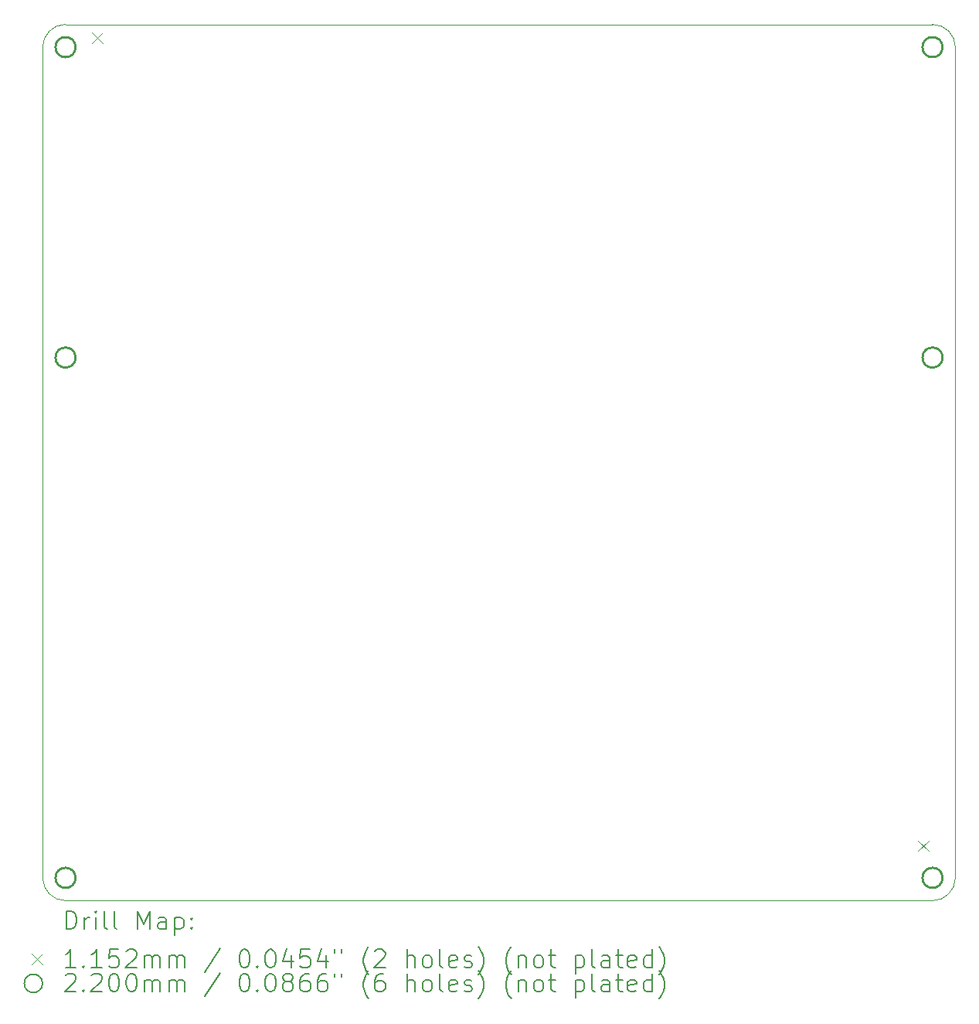
<source format=gbr>
%TF.GenerationSoftware,KiCad,Pcbnew,9.0.1-rc2*%
%TF.CreationDate,2025-03-29T14:31:01-07:00*%
%TF.ProjectId,backlight,6261636b-6c69-4676-9874-2e6b69636164,rev?*%
%TF.SameCoordinates,Original*%
%TF.FileFunction,Drillmap*%
%TF.FilePolarity,Positive*%
%FSLAX45Y45*%
G04 Gerber Fmt 4.5, Leading zero omitted, Abs format (unit mm)*
G04 Created by KiCad (PCBNEW 9.0.1-rc2) date 2025-03-29 14:31:01*
%MOMM*%
%LPD*%
G01*
G04 APERTURE LIST*
%ADD10C,0.050000*%
%ADD11C,0.200000*%
%ADD12C,0.115200*%
%ADD13C,0.220000*%
G04 APERTURE END LIST*
D10*
X8450000Y-5200000D02*
X17950000Y-5200000D01*
X17950000Y-5200000D02*
G75*
G02*
X18200000Y-5450000I0J-250000D01*
G01*
X8200000Y-5450000D02*
G75*
G02*
X8450000Y-5200000I250000J0D01*
G01*
X8450000Y-14800000D02*
G75*
G02*
X8200000Y-14550000I0J250000D01*
G01*
X8200000Y-14550000D02*
X8200000Y-5450000D01*
X17950000Y-14800000D02*
X8450000Y-14800000D01*
X18200000Y-5450000D02*
X18200000Y-14550000D01*
X18200000Y-14550000D02*
G75*
G02*
X17950000Y-14800000I-250000J0D01*
G01*
D11*
D12*
X8742400Y-5292400D02*
X8857600Y-5407600D01*
X8857600Y-5292400D02*
X8742400Y-5407600D01*
X17792400Y-14142400D02*
X17907600Y-14257600D01*
X17907600Y-14142400D02*
X17792400Y-14257600D01*
D13*
X8560000Y-5450000D02*
G75*
G02*
X8340000Y-5450000I-110000J0D01*
G01*
X8340000Y-5450000D02*
G75*
G02*
X8560000Y-5450000I110000J0D01*
G01*
X8560000Y-8850000D02*
G75*
G02*
X8340000Y-8850000I-110000J0D01*
G01*
X8340000Y-8850000D02*
G75*
G02*
X8560000Y-8850000I110000J0D01*
G01*
X8560000Y-14550000D02*
G75*
G02*
X8340000Y-14550000I-110000J0D01*
G01*
X8340000Y-14550000D02*
G75*
G02*
X8560000Y-14550000I110000J0D01*
G01*
X18060000Y-5450000D02*
G75*
G02*
X17840000Y-5450000I-110000J0D01*
G01*
X17840000Y-5450000D02*
G75*
G02*
X18060000Y-5450000I110000J0D01*
G01*
X18060000Y-8850000D02*
G75*
G02*
X17840000Y-8850000I-110000J0D01*
G01*
X17840000Y-8850000D02*
G75*
G02*
X18060000Y-8850000I110000J0D01*
G01*
X18060000Y-14550000D02*
G75*
G02*
X17840000Y-14550000I-110000J0D01*
G01*
X17840000Y-14550000D02*
G75*
G02*
X18060000Y-14550000I110000J0D01*
G01*
D11*
X8458277Y-15113984D02*
X8458277Y-14913984D01*
X8458277Y-14913984D02*
X8505896Y-14913984D01*
X8505896Y-14913984D02*
X8534467Y-14923508D01*
X8534467Y-14923508D02*
X8553515Y-14942555D01*
X8553515Y-14942555D02*
X8563039Y-14961603D01*
X8563039Y-14961603D02*
X8572563Y-14999698D01*
X8572563Y-14999698D02*
X8572563Y-15028269D01*
X8572563Y-15028269D02*
X8563039Y-15066365D01*
X8563039Y-15066365D02*
X8553515Y-15085412D01*
X8553515Y-15085412D02*
X8534467Y-15104460D01*
X8534467Y-15104460D02*
X8505896Y-15113984D01*
X8505896Y-15113984D02*
X8458277Y-15113984D01*
X8658277Y-15113984D02*
X8658277Y-14980650D01*
X8658277Y-15018746D02*
X8667801Y-14999698D01*
X8667801Y-14999698D02*
X8677324Y-14990174D01*
X8677324Y-14990174D02*
X8696372Y-14980650D01*
X8696372Y-14980650D02*
X8715420Y-14980650D01*
X8782086Y-15113984D02*
X8782086Y-14980650D01*
X8782086Y-14913984D02*
X8772563Y-14923508D01*
X8772563Y-14923508D02*
X8782086Y-14933031D01*
X8782086Y-14933031D02*
X8791610Y-14923508D01*
X8791610Y-14923508D02*
X8782086Y-14913984D01*
X8782086Y-14913984D02*
X8782086Y-14933031D01*
X8905896Y-15113984D02*
X8886848Y-15104460D01*
X8886848Y-15104460D02*
X8877324Y-15085412D01*
X8877324Y-15085412D02*
X8877324Y-14913984D01*
X9010658Y-15113984D02*
X8991610Y-15104460D01*
X8991610Y-15104460D02*
X8982086Y-15085412D01*
X8982086Y-15085412D02*
X8982086Y-14913984D01*
X9239229Y-15113984D02*
X9239229Y-14913984D01*
X9239229Y-14913984D02*
X9305896Y-15056841D01*
X9305896Y-15056841D02*
X9372563Y-14913984D01*
X9372563Y-14913984D02*
X9372563Y-15113984D01*
X9553515Y-15113984D02*
X9553515Y-15009222D01*
X9553515Y-15009222D02*
X9543991Y-14990174D01*
X9543991Y-14990174D02*
X9524944Y-14980650D01*
X9524944Y-14980650D02*
X9486848Y-14980650D01*
X9486848Y-14980650D02*
X9467801Y-14990174D01*
X9553515Y-15104460D02*
X9534467Y-15113984D01*
X9534467Y-15113984D02*
X9486848Y-15113984D01*
X9486848Y-15113984D02*
X9467801Y-15104460D01*
X9467801Y-15104460D02*
X9458277Y-15085412D01*
X9458277Y-15085412D02*
X9458277Y-15066365D01*
X9458277Y-15066365D02*
X9467801Y-15047317D01*
X9467801Y-15047317D02*
X9486848Y-15037793D01*
X9486848Y-15037793D02*
X9534467Y-15037793D01*
X9534467Y-15037793D02*
X9553515Y-15028269D01*
X9648753Y-14980650D02*
X9648753Y-15180650D01*
X9648753Y-14990174D02*
X9667801Y-14980650D01*
X9667801Y-14980650D02*
X9705896Y-14980650D01*
X9705896Y-14980650D02*
X9724944Y-14990174D01*
X9724944Y-14990174D02*
X9734467Y-14999698D01*
X9734467Y-14999698D02*
X9743991Y-15018746D01*
X9743991Y-15018746D02*
X9743991Y-15075888D01*
X9743991Y-15075888D02*
X9734467Y-15094936D01*
X9734467Y-15094936D02*
X9724944Y-15104460D01*
X9724944Y-15104460D02*
X9705896Y-15113984D01*
X9705896Y-15113984D02*
X9667801Y-15113984D01*
X9667801Y-15113984D02*
X9648753Y-15104460D01*
X9829705Y-15094936D02*
X9839229Y-15104460D01*
X9839229Y-15104460D02*
X9829705Y-15113984D01*
X9829705Y-15113984D02*
X9820182Y-15104460D01*
X9820182Y-15104460D02*
X9829705Y-15094936D01*
X9829705Y-15094936D02*
X9829705Y-15113984D01*
X9829705Y-14990174D02*
X9839229Y-14999698D01*
X9839229Y-14999698D02*
X9829705Y-15009222D01*
X9829705Y-15009222D02*
X9820182Y-14999698D01*
X9820182Y-14999698D02*
X9829705Y-14990174D01*
X9829705Y-14990174D02*
X9829705Y-15009222D01*
D12*
X8082300Y-15384900D02*
X8197500Y-15500100D01*
X8197500Y-15384900D02*
X8082300Y-15500100D01*
D11*
X8563039Y-15533984D02*
X8448753Y-15533984D01*
X8505896Y-15533984D02*
X8505896Y-15333984D01*
X8505896Y-15333984D02*
X8486848Y-15362555D01*
X8486848Y-15362555D02*
X8467801Y-15381603D01*
X8467801Y-15381603D02*
X8448753Y-15391127D01*
X8648753Y-15514936D02*
X8658277Y-15524460D01*
X8658277Y-15524460D02*
X8648753Y-15533984D01*
X8648753Y-15533984D02*
X8639229Y-15524460D01*
X8639229Y-15524460D02*
X8648753Y-15514936D01*
X8648753Y-15514936D02*
X8648753Y-15533984D01*
X8848753Y-15533984D02*
X8734467Y-15533984D01*
X8791610Y-15533984D02*
X8791610Y-15333984D01*
X8791610Y-15333984D02*
X8772563Y-15362555D01*
X8772563Y-15362555D02*
X8753515Y-15381603D01*
X8753515Y-15381603D02*
X8734467Y-15391127D01*
X9029705Y-15333984D02*
X8934467Y-15333984D01*
X8934467Y-15333984D02*
X8924944Y-15429222D01*
X8924944Y-15429222D02*
X8934467Y-15419698D01*
X8934467Y-15419698D02*
X8953515Y-15410174D01*
X8953515Y-15410174D02*
X9001134Y-15410174D01*
X9001134Y-15410174D02*
X9020182Y-15419698D01*
X9020182Y-15419698D02*
X9029705Y-15429222D01*
X9029705Y-15429222D02*
X9039229Y-15448269D01*
X9039229Y-15448269D02*
X9039229Y-15495888D01*
X9039229Y-15495888D02*
X9029705Y-15514936D01*
X9029705Y-15514936D02*
X9020182Y-15524460D01*
X9020182Y-15524460D02*
X9001134Y-15533984D01*
X9001134Y-15533984D02*
X8953515Y-15533984D01*
X8953515Y-15533984D02*
X8934467Y-15524460D01*
X8934467Y-15524460D02*
X8924944Y-15514936D01*
X9115420Y-15353031D02*
X9124944Y-15343508D01*
X9124944Y-15343508D02*
X9143991Y-15333984D01*
X9143991Y-15333984D02*
X9191610Y-15333984D01*
X9191610Y-15333984D02*
X9210658Y-15343508D01*
X9210658Y-15343508D02*
X9220182Y-15353031D01*
X9220182Y-15353031D02*
X9229705Y-15372079D01*
X9229705Y-15372079D02*
X9229705Y-15391127D01*
X9229705Y-15391127D02*
X9220182Y-15419698D01*
X9220182Y-15419698D02*
X9105896Y-15533984D01*
X9105896Y-15533984D02*
X9229705Y-15533984D01*
X9315420Y-15533984D02*
X9315420Y-15400650D01*
X9315420Y-15419698D02*
X9324944Y-15410174D01*
X9324944Y-15410174D02*
X9343991Y-15400650D01*
X9343991Y-15400650D02*
X9372563Y-15400650D01*
X9372563Y-15400650D02*
X9391610Y-15410174D01*
X9391610Y-15410174D02*
X9401134Y-15429222D01*
X9401134Y-15429222D02*
X9401134Y-15533984D01*
X9401134Y-15429222D02*
X9410658Y-15410174D01*
X9410658Y-15410174D02*
X9429705Y-15400650D01*
X9429705Y-15400650D02*
X9458277Y-15400650D01*
X9458277Y-15400650D02*
X9477325Y-15410174D01*
X9477325Y-15410174D02*
X9486848Y-15429222D01*
X9486848Y-15429222D02*
X9486848Y-15533984D01*
X9582086Y-15533984D02*
X9582086Y-15400650D01*
X9582086Y-15419698D02*
X9591610Y-15410174D01*
X9591610Y-15410174D02*
X9610658Y-15400650D01*
X9610658Y-15400650D02*
X9639229Y-15400650D01*
X9639229Y-15400650D02*
X9658277Y-15410174D01*
X9658277Y-15410174D02*
X9667801Y-15429222D01*
X9667801Y-15429222D02*
X9667801Y-15533984D01*
X9667801Y-15429222D02*
X9677325Y-15410174D01*
X9677325Y-15410174D02*
X9696372Y-15400650D01*
X9696372Y-15400650D02*
X9724944Y-15400650D01*
X9724944Y-15400650D02*
X9743991Y-15410174D01*
X9743991Y-15410174D02*
X9753515Y-15429222D01*
X9753515Y-15429222D02*
X9753515Y-15533984D01*
X10143991Y-15324460D02*
X9972563Y-15581603D01*
X10401134Y-15333984D02*
X10420182Y-15333984D01*
X10420182Y-15333984D02*
X10439229Y-15343508D01*
X10439229Y-15343508D02*
X10448753Y-15353031D01*
X10448753Y-15353031D02*
X10458277Y-15372079D01*
X10458277Y-15372079D02*
X10467801Y-15410174D01*
X10467801Y-15410174D02*
X10467801Y-15457793D01*
X10467801Y-15457793D02*
X10458277Y-15495888D01*
X10458277Y-15495888D02*
X10448753Y-15514936D01*
X10448753Y-15514936D02*
X10439229Y-15524460D01*
X10439229Y-15524460D02*
X10420182Y-15533984D01*
X10420182Y-15533984D02*
X10401134Y-15533984D01*
X10401134Y-15533984D02*
X10382087Y-15524460D01*
X10382087Y-15524460D02*
X10372563Y-15514936D01*
X10372563Y-15514936D02*
X10363039Y-15495888D01*
X10363039Y-15495888D02*
X10353515Y-15457793D01*
X10353515Y-15457793D02*
X10353515Y-15410174D01*
X10353515Y-15410174D02*
X10363039Y-15372079D01*
X10363039Y-15372079D02*
X10372563Y-15353031D01*
X10372563Y-15353031D02*
X10382087Y-15343508D01*
X10382087Y-15343508D02*
X10401134Y-15333984D01*
X10553515Y-15514936D02*
X10563039Y-15524460D01*
X10563039Y-15524460D02*
X10553515Y-15533984D01*
X10553515Y-15533984D02*
X10543991Y-15524460D01*
X10543991Y-15524460D02*
X10553515Y-15514936D01*
X10553515Y-15514936D02*
X10553515Y-15533984D01*
X10686848Y-15333984D02*
X10705896Y-15333984D01*
X10705896Y-15333984D02*
X10724944Y-15343508D01*
X10724944Y-15343508D02*
X10734468Y-15353031D01*
X10734468Y-15353031D02*
X10743991Y-15372079D01*
X10743991Y-15372079D02*
X10753515Y-15410174D01*
X10753515Y-15410174D02*
X10753515Y-15457793D01*
X10753515Y-15457793D02*
X10743991Y-15495888D01*
X10743991Y-15495888D02*
X10734468Y-15514936D01*
X10734468Y-15514936D02*
X10724944Y-15524460D01*
X10724944Y-15524460D02*
X10705896Y-15533984D01*
X10705896Y-15533984D02*
X10686848Y-15533984D01*
X10686848Y-15533984D02*
X10667801Y-15524460D01*
X10667801Y-15524460D02*
X10658277Y-15514936D01*
X10658277Y-15514936D02*
X10648753Y-15495888D01*
X10648753Y-15495888D02*
X10639229Y-15457793D01*
X10639229Y-15457793D02*
X10639229Y-15410174D01*
X10639229Y-15410174D02*
X10648753Y-15372079D01*
X10648753Y-15372079D02*
X10658277Y-15353031D01*
X10658277Y-15353031D02*
X10667801Y-15343508D01*
X10667801Y-15343508D02*
X10686848Y-15333984D01*
X10924944Y-15400650D02*
X10924944Y-15533984D01*
X10877325Y-15324460D02*
X10829706Y-15467317D01*
X10829706Y-15467317D02*
X10953515Y-15467317D01*
X11124944Y-15333984D02*
X11029706Y-15333984D01*
X11029706Y-15333984D02*
X11020182Y-15429222D01*
X11020182Y-15429222D02*
X11029706Y-15419698D01*
X11029706Y-15419698D02*
X11048753Y-15410174D01*
X11048753Y-15410174D02*
X11096372Y-15410174D01*
X11096372Y-15410174D02*
X11115420Y-15419698D01*
X11115420Y-15419698D02*
X11124944Y-15429222D01*
X11124944Y-15429222D02*
X11134468Y-15448269D01*
X11134468Y-15448269D02*
X11134468Y-15495888D01*
X11134468Y-15495888D02*
X11124944Y-15514936D01*
X11124944Y-15514936D02*
X11115420Y-15524460D01*
X11115420Y-15524460D02*
X11096372Y-15533984D01*
X11096372Y-15533984D02*
X11048753Y-15533984D01*
X11048753Y-15533984D02*
X11029706Y-15524460D01*
X11029706Y-15524460D02*
X11020182Y-15514936D01*
X11305896Y-15400650D02*
X11305896Y-15533984D01*
X11258277Y-15324460D02*
X11210658Y-15467317D01*
X11210658Y-15467317D02*
X11334467Y-15467317D01*
X11401134Y-15333984D02*
X11401134Y-15372079D01*
X11477325Y-15333984D02*
X11477325Y-15372079D01*
X11772563Y-15610174D02*
X11763039Y-15600650D01*
X11763039Y-15600650D02*
X11743991Y-15572079D01*
X11743991Y-15572079D02*
X11734468Y-15553031D01*
X11734468Y-15553031D02*
X11724944Y-15524460D01*
X11724944Y-15524460D02*
X11715420Y-15476841D01*
X11715420Y-15476841D02*
X11715420Y-15438746D01*
X11715420Y-15438746D02*
X11724944Y-15391127D01*
X11724944Y-15391127D02*
X11734468Y-15362555D01*
X11734468Y-15362555D02*
X11743991Y-15343508D01*
X11743991Y-15343508D02*
X11763039Y-15314936D01*
X11763039Y-15314936D02*
X11772563Y-15305412D01*
X11839229Y-15353031D02*
X11848753Y-15343508D01*
X11848753Y-15343508D02*
X11867801Y-15333984D01*
X11867801Y-15333984D02*
X11915420Y-15333984D01*
X11915420Y-15333984D02*
X11934468Y-15343508D01*
X11934468Y-15343508D02*
X11943991Y-15353031D01*
X11943991Y-15353031D02*
X11953515Y-15372079D01*
X11953515Y-15372079D02*
X11953515Y-15391127D01*
X11953515Y-15391127D02*
X11943991Y-15419698D01*
X11943991Y-15419698D02*
X11829706Y-15533984D01*
X11829706Y-15533984D02*
X11953515Y-15533984D01*
X12191610Y-15533984D02*
X12191610Y-15333984D01*
X12277325Y-15533984D02*
X12277325Y-15429222D01*
X12277325Y-15429222D02*
X12267801Y-15410174D01*
X12267801Y-15410174D02*
X12248753Y-15400650D01*
X12248753Y-15400650D02*
X12220182Y-15400650D01*
X12220182Y-15400650D02*
X12201134Y-15410174D01*
X12201134Y-15410174D02*
X12191610Y-15419698D01*
X12401134Y-15533984D02*
X12382087Y-15524460D01*
X12382087Y-15524460D02*
X12372563Y-15514936D01*
X12372563Y-15514936D02*
X12363039Y-15495888D01*
X12363039Y-15495888D02*
X12363039Y-15438746D01*
X12363039Y-15438746D02*
X12372563Y-15419698D01*
X12372563Y-15419698D02*
X12382087Y-15410174D01*
X12382087Y-15410174D02*
X12401134Y-15400650D01*
X12401134Y-15400650D02*
X12429706Y-15400650D01*
X12429706Y-15400650D02*
X12448753Y-15410174D01*
X12448753Y-15410174D02*
X12458277Y-15419698D01*
X12458277Y-15419698D02*
X12467801Y-15438746D01*
X12467801Y-15438746D02*
X12467801Y-15495888D01*
X12467801Y-15495888D02*
X12458277Y-15514936D01*
X12458277Y-15514936D02*
X12448753Y-15524460D01*
X12448753Y-15524460D02*
X12429706Y-15533984D01*
X12429706Y-15533984D02*
X12401134Y-15533984D01*
X12582087Y-15533984D02*
X12563039Y-15524460D01*
X12563039Y-15524460D02*
X12553515Y-15505412D01*
X12553515Y-15505412D02*
X12553515Y-15333984D01*
X12734468Y-15524460D02*
X12715420Y-15533984D01*
X12715420Y-15533984D02*
X12677325Y-15533984D01*
X12677325Y-15533984D02*
X12658277Y-15524460D01*
X12658277Y-15524460D02*
X12648753Y-15505412D01*
X12648753Y-15505412D02*
X12648753Y-15429222D01*
X12648753Y-15429222D02*
X12658277Y-15410174D01*
X12658277Y-15410174D02*
X12677325Y-15400650D01*
X12677325Y-15400650D02*
X12715420Y-15400650D01*
X12715420Y-15400650D02*
X12734468Y-15410174D01*
X12734468Y-15410174D02*
X12743991Y-15429222D01*
X12743991Y-15429222D02*
X12743991Y-15448269D01*
X12743991Y-15448269D02*
X12648753Y-15467317D01*
X12820182Y-15524460D02*
X12839230Y-15533984D01*
X12839230Y-15533984D02*
X12877325Y-15533984D01*
X12877325Y-15533984D02*
X12896372Y-15524460D01*
X12896372Y-15524460D02*
X12905896Y-15505412D01*
X12905896Y-15505412D02*
X12905896Y-15495888D01*
X12905896Y-15495888D02*
X12896372Y-15476841D01*
X12896372Y-15476841D02*
X12877325Y-15467317D01*
X12877325Y-15467317D02*
X12848753Y-15467317D01*
X12848753Y-15467317D02*
X12829706Y-15457793D01*
X12829706Y-15457793D02*
X12820182Y-15438746D01*
X12820182Y-15438746D02*
X12820182Y-15429222D01*
X12820182Y-15429222D02*
X12829706Y-15410174D01*
X12829706Y-15410174D02*
X12848753Y-15400650D01*
X12848753Y-15400650D02*
X12877325Y-15400650D01*
X12877325Y-15400650D02*
X12896372Y-15410174D01*
X12972563Y-15610174D02*
X12982087Y-15600650D01*
X12982087Y-15600650D02*
X13001134Y-15572079D01*
X13001134Y-15572079D02*
X13010658Y-15553031D01*
X13010658Y-15553031D02*
X13020182Y-15524460D01*
X13020182Y-15524460D02*
X13029706Y-15476841D01*
X13029706Y-15476841D02*
X13029706Y-15438746D01*
X13029706Y-15438746D02*
X13020182Y-15391127D01*
X13020182Y-15391127D02*
X13010658Y-15362555D01*
X13010658Y-15362555D02*
X13001134Y-15343508D01*
X13001134Y-15343508D02*
X12982087Y-15314936D01*
X12982087Y-15314936D02*
X12972563Y-15305412D01*
X13334468Y-15610174D02*
X13324944Y-15600650D01*
X13324944Y-15600650D02*
X13305896Y-15572079D01*
X13305896Y-15572079D02*
X13296372Y-15553031D01*
X13296372Y-15553031D02*
X13286849Y-15524460D01*
X13286849Y-15524460D02*
X13277325Y-15476841D01*
X13277325Y-15476841D02*
X13277325Y-15438746D01*
X13277325Y-15438746D02*
X13286849Y-15391127D01*
X13286849Y-15391127D02*
X13296372Y-15362555D01*
X13296372Y-15362555D02*
X13305896Y-15343508D01*
X13305896Y-15343508D02*
X13324944Y-15314936D01*
X13324944Y-15314936D02*
X13334468Y-15305412D01*
X13410658Y-15400650D02*
X13410658Y-15533984D01*
X13410658Y-15419698D02*
X13420182Y-15410174D01*
X13420182Y-15410174D02*
X13439230Y-15400650D01*
X13439230Y-15400650D02*
X13467801Y-15400650D01*
X13467801Y-15400650D02*
X13486849Y-15410174D01*
X13486849Y-15410174D02*
X13496372Y-15429222D01*
X13496372Y-15429222D02*
X13496372Y-15533984D01*
X13620182Y-15533984D02*
X13601134Y-15524460D01*
X13601134Y-15524460D02*
X13591611Y-15514936D01*
X13591611Y-15514936D02*
X13582087Y-15495888D01*
X13582087Y-15495888D02*
X13582087Y-15438746D01*
X13582087Y-15438746D02*
X13591611Y-15419698D01*
X13591611Y-15419698D02*
X13601134Y-15410174D01*
X13601134Y-15410174D02*
X13620182Y-15400650D01*
X13620182Y-15400650D02*
X13648753Y-15400650D01*
X13648753Y-15400650D02*
X13667801Y-15410174D01*
X13667801Y-15410174D02*
X13677325Y-15419698D01*
X13677325Y-15419698D02*
X13686849Y-15438746D01*
X13686849Y-15438746D02*
X13686849Y-15495888D01*
X13686849Y-15495888D02*
X13677325Y-15514936D01*
X13677325Y-15514936D02*
X13667801Y-15524460D01*
X13667801Y-15524460D02*
X13648753Y-15533984D01*
X13648753Y-15533984D02*
X13620182Y-15533984D01*
X13743992Y-15400650D02*
X13820182Y-15400650D01*
X13772563Y-15333984D02*
X13772563Y-15505412D01*
X13772563Y-15505412D02*
X13782087Y-15524460D01*
X13782087Y-15524460D02*
X13801134Y-15533984D01*
X13801134Y-15533984D02*
X13820182Y-15533984D01*
X14039230Y-15400650D02*
X14039230Y-15600650D01*
X14039230Y-15410174D02*
X14058277Y-15400650D01*
X14058277Y-15400650D02*
X14096373Y-15400650D01*
X14096373Y-15400650D02*
X14115420Y-15410174D01*
X14115420Y-15410174D02*
X14124944Y-15419698D01*
X14124944Y-15419698D02*
X14134468Y-15438746D01*
X14134468Y-15438746D02*
X14134468Y-15495888D01*
X14134468Y-15495888D02*
X14124944Y-15514936D01*
X14124944Y-15514936D02*
X14115420Y-15524460D01*
X14115420Y-15524460D02*
X14096373Y-15533984D01*
X14096373Y-15533984D02*
X14058277Y-15533984D01*
X14058277Y-15533984D02*
X14039230Y-15524460D01*
X14248753Y-15533984D02*
X14229706Y-15524460D01*
X14229706Y-15524460D02*
X14220182Y-15505412D01*
X14220182Y-15505412D02*
X14220182Y-15333984D01*
X14410658Y-15533984D02*
X14410658Y-15429222D01*
X14410658Y-15429222D02*
X14401134Y-15410174D01*
X14401134Y-15410174D02*
X14382087Y-15400650D01*
X14382087Y-15400650D02*
X14343992Y-15400650D01*
X14343992Y-15400650D02*
X14324944Y-15410174D01*
X14410658Y-15524460D02*
X14391611Y-15533984D01*
X14391611Y-15533984D02*
X14343992Y-15533984D01*
X14343992Y-15533984D02*
X14324944Y-15524460D01*
X14324944Y-15524460D02*
X14315420Y-15505412D01*
X14315420Y-15505412D02*
X14315420Y-15486365D01*
X14315420Y-15486365D02*
X14324944Y-15467317D01*
X14324944Y-15467317D02*
X14343992Y-15457793D01*
X14343992Y-15457793D02*
X14391611Y-15457793D01*
X14391611Y-15457793D02*
X14410658Y-15448269D01*
X14477325Y-15400650D02*
X14553515Y-15400650D01*
X14505896Y-15333984D02*
X14505896Y-15505412D01*
X14505896Y-15505412D02*
X14515420Y-15524460D01*
X14515420Y-15524460D02*
X14534468Y-15533984D01*
X14534468Y-15533984D02*
X14553515Y-15533984D01*
X14696373Y-15524460D02*
X14677325Y-15533984D01*
X14677325Y-15533984D02*
X14639230Y-15533984D01*
X14639230Y-15533984D02*
X14620182Y-15524460D01*
X14620182Y-15524460D02*
X14610658Y-15505412D01*
X14610658Y-15505412D02*
X14610658Y-15429222D01*
X14610658Y-15429222D02*
X14620182Y-15410174D01*
X14620182Y-15410174D02*
X14639230Y-15400650D01*
X14639230Y-15400650D02*
X14677325Y-15400650D01*
X14677325Y-15400650D02*
X14696373Y-15410174D01*
X14696373Y-15410174D02*
X14705896Y-15429222D01*
X14705896Y-15429222D02*
X14705896Y-15448269D01*
X14705896Y-15448269D02*
X14610658Y-15467317D01*
X14877325Y-15533984D02*
X14877325Y-15333984D01*
X14877325Y-15524460D02*
X14858277Y-15533984D01*
X14858277Y-15533984D02*
X14820182Y-15533984D01*
X14820182Y-15533984D02*
X14801134Y-15524460D01*
X14801134Y-15524460D02*
X14791611Y-15514936D01*
X14791611Y-15514936D02*
X14782087Y-15495888D01*
X14782087Y-15495888D02*
X14782087Y-15438746D01*
X14782087Y-15438746D02*
X14791611Y-15419698D01*
X14791611Y-15419698D02*
X14801134Y-15410174D01*
X14801134Y-15410174D02*
X14820182Y-15400650D01*
X14820182Y-15400650D02*
X14858277Y-15400650D01*
X14858277Y-15400650D02*
X14877325Y-15410174D01*
X14953515Y-15610174D02*
X14963039Y-15600650D01*
X14963039Y-15600650D02*
X14982087Y-15572079D01*
X14982087Y-15572079D02*
X14991611Y-15553031D01*
X14991611Y-15553031D02*
X15001134Y-15524460D01*
X15001134Y-15524460D02*
X15010658Y-15476841D01*
X15010658Y-15476841D02*
X15010658Y-15438746D01*
X15010658Y-15438746D02*
X15001134Y-15391127D01*
X15001134Y-15391127D02*
X14991611Y-15362555D01*
X14991611Y-15362555D02*
X14982087Y-15343508D01*
X14982087Y-15343508D02*
X14963039Y-15314936D01*
X14963039Y-15314936D02*
X14953515Y-15305412D01*
X8197500Y-15706500D02*
G75*
G02*
X7997500Y-15706500I-100000J0D01*
G01*
X7997500Y-15706500D02*
G75*
G02*
X8197500Y-15706500I100000J0D01*
G01*
X8448753Y-15617031D02*
X8458277Y-15607508D01*
X8458277Y-15607508D02*
X8477324Y-15597984D01*
X8477324Y-15597984D02*
X8524944Y-15597984D01*
X8524944Y-15597984D02*
X8543991Y-15607508D01*
X8543991Y-15607508D02*
X8553515Y-15617031D01*
X8553515Y-15617031D02*
X8563039Y-15636079D01*
X8563039Y-15636079D02*
X8563039Y-15655127D01*
X8563039Y-15655127D02*
X8553515Y-15683698D01*
X8553515Y-15683698D02*
X8439229Y-15797984D01*
X8439229Y-15797984D02*
X8563039Y-15797984D01*
X8648753Y-15778936D02*
X8658277Y-15788460D01*
X8658277Y-15788460D02*
X8648753Y-15797984D01*
X8648753Y-15797984D02*
X8639229Y-15788460D01*
X8639229Y-15788460D02*
X8648753Y-15778936D01*
X8648753Y-15778936D02*
X8648753Y-15797984D01*
X8734467Y-15617031D02*
X8743991Y-15607508D01*
X8743991Y-15607508D02*
X8763039Y-15597984D01*
X8763039Y-15597984D02*
X8810658Y-15597984D01*
X8810658Y-15597984D02*
X8829705Y-15607508D01*
X8829705Y-15607508D02*
X8839229Y-15617031D01*
X8839229Y-15617031D02*
X8848753Y-15636079D01*
X8848753Y-15636079D02*
X8848753Y-15655127D01*
X8848753Y-15655127D02*
X8839229Y-15683698D01*
X8839229Y-15683698D02*
X8724944Y-15797984D01*
X8724944Y-15797984D02*
X8848753Y-15797984D01*
X8972563Y-15597984D02*
X8991610Y-15597984D01*
X8991610Y-15597984D02*
X9010658Y-15607508D01*
X9010658Y-15607508D02*
X9020182Y-15617031D01*
X9020182Y-15617031D02*
X9029705Y-15636079D01*
X9029705Y-15636079D02*
X9039229Y-15674174D01*
X9039229Y-15674174D02*
X9039229Y-15721793D01*
X9039229Y-15721793D02*
X9029705Y-15759888D01*
X9029705Y-15759888D02*
X9020182Y-15778936D01*
X9020182Y-15778936D02*
X9010658Y-15788460D01*
X9010658Y-15788460D02*
X8991610Y-15797984D01*
X8991610Y-15797984D02*
X8972563Y-15797984D01*
X8972563Y-15797984D02*
X8953515Y-15788460D01*
X8953515Y-15788460D02*
X8943991Y-15778936D01*
X8943991Y-15778936D02*
X8934467Y-15759888D01*
X8934467Y-15759888D02*
X8924944Y-15721793D01*
X8924944Y-15721793D02*
X8924944Y-15674174D01*
X8924944Y-15674174D02*
X8934467Y-15636079D01*
X8934467Y-15636079D02*
X8943991Y-15617031D01*
X8943991Y-15617031D02*
X8953515Y-15607508D01*
X8953515Y-15607508D02*
X8972563Y-15597984D01*
X9163039Y-15597984D02*
X9182086Y-15597984D01*
X9182086Y-15597984D02*
X9201134Y-15607508D01*
X9201134Y-15607508D02*
X9210658Y-15617031D01*
X9210658Y-15617031D02*
X9220182Y-15636079D01*
X9220182Y-15636079D02*
X9229705Y-15674174D01*
X9229705Y-15674174D02*
X9229705Y-15721793D01*
X9229705Y-15721793D02*
X9220182Y-15759888D01*
X9220182Y-15759888D02*
X9210658Y-15778936D01*
X9210658Y-15778936D02*
X9201134Y-15788460D01*
X9201134Y-15788460D02*
X9182086Y-15797984D01*
X9182086Y-15797984D02*
X9163039Y-15797984D01*
X9163039Y-15797984D02*
X9143991Y-15788460D01*
X9143991Y-15788460D02*
X9134467Y-15778936D01*
X9134467Y-15778936D02*
X9124944Y-15759888D01*
X9124944Y-15759888D02*
X9115420Y-15721793D01*
X9115420Y-15721793D02*
X9115420Y-15674174D01*
X9115420Y-15674174D02*
X9124944Y-15636079D01*
X9124944Y-15636079D02*
X9134467Y-15617031D01*
X9134467Y-15617031D02*
X9143991Y-15607508D01*
X9143991Y-15607508D02*
X9163039Y-15597984D01*
X9315420Y-15797984D02*
X9315420Y-15664650D01*
X9315420Y-15683698D02*
X9324944Y-15674174D01*
X9324944Y-15674174D02*
X9343991Y-15664650D01*
X9343991Y-15664650D02*
X9372563Y-15664650D01*
X9372563Y-15664650D02*
X9391610Y-15674174D01*
X9391610Y-15674174D02*
X9401134Y-15693222D01*
X9401134Y-15693222D02*
X9401134Y-15797984D01*
X9401134Y-15693222D02*
X9410658Y-15674174D01*
X9410658Y-15674174D02*
X9429705Y-15664650D01*
X9429705Y-15664650D02*
X9458277Y-15664650D01*
X9458277Y-15664650D02*
X9477325Y-15674174D01*
X9477325Y-15674174D02*
X9486848Y-15693222D01*
X9486848Y-15693222D02*
X9486848Y-15797984D01*
X9582086Y-15797984D02*
X9582086Y-15664650D01*
X9582086Y-15683698D02*
X9591610Y-15674174D01*
X9591610Y-15674174D02*
X9610658Y-15664650D01*
X9610658Y-15664650D02*
X9639229Y-15664650D01*
X9639229Y-15664650D02*
X9658277Y-15674174D01*
X9658277Y-15674174D02*
X9667801Y-15693222D01*
X9667801Y-15693222D02*
X9667801Y-15797984D01*
X9667801Y-15693222D02*
X9677325Y-15674174D01*
X9677325Y-15674174D02*
X9696372Y-15664650D01*
X9696372Y-15664650D02*
X9724944Y-15664650D01*
X9724944Y-15664650D02*
X9743991Y-15674174D01*
X9743991Y-15674174D02*
X9753515Y-15693222D01*
X9753515Y-15693222D02*
X9753515Y-15797984D01*
X10143991Y-15588460D02*
X9972563Y-15845603D01*
X10401134Y-15597984D02*
X10420182Y-15597984D01*
X10420182Y-15597984D02*
X10439229Y-15607508D01*
X10439229Y-15607508D02*
X10448753Y-15617031D01*
X10448753Y-15617031D02*
X10458277Y-15636079D01*
X10458277Y-15636079D02*
X10467801Y-15674174D01*
X10467801Y-15674174D02*
X10467801Y-15721793D01*
X10467801Y-15721793D02*
X10458277Y-15759888D01*
X10458277Y-15759888D02*
X10448753Y-15778936D01*
X10448753Y-15778936D02*
X10439229Y-15788460D01*
X10439229Y-15788460D02*
X10420182Y-15797984D01*
X10420182Y-15797984D02*
X10401134Y-15797984D01*
X10401134Y-15797984D02*
X10382087Y-15788460D01*
X10382087Y-15788460D02*
X10372563Y-15778936D01*
X10372563Y-15778936D02*
X10363039Y-15759888D01*
X10363039Y-15759888D02*
X10353515Y-15721793D01*
X10353515Y-15721793D02*
X10353515Y-15674174D01*
X10353515Y-15674174D02*
X10363039Y-15636079D01*
X10363039Y-15636079D02*
X10372563Y-15617031D01*
X10372563Y-15617031D02*
X10382087Y-15607508D01*
X10382087Y-15607508D02*
X10401134Y-15597984D01*
X10553515Y-15778936D02*
X10563039Y-15788460D01*
X10563039Y-15788460D02*
X10553515Y-15797984D01*
X10553515Y-15797984D02*
X10543991Y-15788460D01*
X10543991Y-15788460D02*
X10553515Y-15778936D01*
X10553515Y-15778936D02*
X10553515Y-15797984D01*
X10686848Y-15597984D02*
X10705896Y-15597984D01*
X10705896Y-15597984D02*
X10724944Y-15607508D01*
X10724944Y-15607508D02*
X10734468Y-15617031D01*
X10734468Y-15617031D02*
X10743991Y-15636079D01*
X10743991Y-15636079D02*
X10753515Y-15674174D01*
X10753515Y-15674174D02*
X10753515Y-15721793D01*
X10753515Y-15721793D02*
X10743991Y-15759888D01*
X10743991Y-15759888D02*
X10734468Y-15778936D01*
X10734468Y-15778936D02*
X10724944Y-15788460D01*
X10724944Y-15788460D02*
X10705896Y-15797984D01*
X10705896Y-15797984D02*
X10686848Y-15797984D01*
X10686848Y-15797984D02*
X10667801Y-15788460D01*
X10667801Y-15788460D02*
X10658277Y-15778936D01*
X10658277Y-15778936D02*
X10648753Y-15759888D01*
X10648753Y-15759888D02*
X10639229Y-15721793D01*
X10639229Y-15721793D02*
X10639229Y-15674174D01*
X10639229Y-15674174D02*
X10648753Y-15636079D01*
X10648753Y-15636079D02*
X10658277Y-15617031D01*
X10658277Y-15617031D02*
X10667801Y-15607508D01*
X10667801Y-15607508D02*
X10686848Y-15597984D01*
X10867801Y-15683698D02*
X10848753Y-15674174D01*
X10848753Y-15674174D02*
X10839229Y-15664650D01*
X10839229Y-15664650D02*
X10829706Y-15645603D01*
X10829706Y-15645603D02*
X10829706Y-15636079D01*
X10829706Y-15636079D02*
X10839229Y-15617031D01*
X10839229Y-15617031D02*
X10848753Y-15607508D01*
X10848753Y-15607508D02*
X10867801Y-15597984D01*
X10867801Y-15597984D02*
X10905896Y-15597984D01*
X10905896Y-15597984D02*
X10924944Y-15607508D01*
X10924944Y-15607508D02*
X10934468Y-15617031D01*
X10934468Y-15617031D02*
X10943991Y-15636079D01*
X10943991Y-15636079D02*
X10943991Y-15645603D01*
X10943991Y-15645603D02*
X10934468Y-15664650D01*
X10934468Y-15664650D02*
X10924944Y-15674174D01*
X10924944Y-15674174D02*
X10905896Y-15683698D01*
X10905896Y-15683698D02*
X10867801Y-15683698D01*
X10867801Y-15683698D02*
X10848753Y-15693222D01*
X10848753Y-15693222D02*
X10839229Y-15702746D01*
X10839229Y-15702746D02*
X10829706Y-15721793D01*
X10829706Y-15721793D02*
X10829706Y-15759888D01*
X10829706Y-15759888D02*
X10839229Y-15778936D01*
X10839229Y-15778936D02*
X10848753Y-15788460D01*
X10848753Y-15788460D02*
X10867801Y-15797984D01*
X10867801Y-15797984D02*
X10905896Y-15797984D01*
X10905896Y-15797984D02*
X10924944Y-15788460D01*
X10924944Y-15788460D02*
X10934468Y-15778936D01*
X10934468Y-15778936D02*
X10943991Y-15759888D01*
X10943991Y-15759888D02*
X10943991Y-15721793D01*
X10943991Y-15721793D02*
X10934468Y-15702746D01*
X10934468Y-15702746D02*
X10924944Y-15693222D01*
X10924944Y-15693222D02*
X10905896Y-15683698D01*
X11115420Y-15597984D02*
X11077325Y-15597984D01*
X11077325Y-15597984D02*
X11058277Y-15607508D01*
X11058277Y-15607508D02*
X11048753Y-15617031D01*
X11048753Y-15617031D02*
X11029706Y-15645603D01*
X11029706Y-15645603D02*
X11020182Y-15683698D01*
X11020182Y-15683698D02*
X11020182Y-15759888D01*
X11020182Y-15759888D02*
X11029706Y-15778936D01*
X11029706Y-15778936D02*
X11039229Y-15788460D01*
X11039229Y-15788460D02*
X11058277Y-15797984D01*
X11058277Y-15797984D02*
X11096372Y-15797984D01*
X11096372Y-15797984D02*
X11115420Y-15788460D01*
X11115420Y-15788460D02*
X11124944Y-15778936D01*
X11124944Y-15778936D02*
X11134468Y-15759888D01*
X11134468Y-15759888D02*
X11134468Y-15712269D01*
X11134468Y-15712269D02*
X11124944Y-15693222D01*
X11124944Y-15693222D02*
X11115420Y-15683698D01*
X11115420Y-15683698D02*
X11096372Y-15674174D01*
X11096372Y-15674174D02*
X11058277Y-15674174D01*
X11058277Y-15674174D02*
X11039229Y-15683698D01*
X11039229Y-15683698D02*
X11029706Y-15693222D01*
X11029706Y-15693222D02*
X11020182Y-15712269D01*
X11305896Y-15597984D02*
X11267801Y-15597984D01*
X11267801Y-15597984D02*
X11248753Y-15607508D01*
X11248753Y-15607508D02*
X11239229Y-15617031D01*
X11239229Y-15617031D02*
X11220182Y-15645603D01*
X11220182Y-15645603D02*
X11210658Y-15683698D01*
X11210658Y-15683698D02*
X11210658Y-15759888D01*
X11210658Y-15759888D02*
X11220182Y-15778936D01*
X11220182Y-15778936D02*
X11229706Y-15788460D01*
X11229706Y-15788460D02*
X11248753Y-15797984D01*
X11248753Y-15797984D02*
X11286848Y-15797984D01*
X11286848Y-15797984D02*
X11305896Y-15788460D01*
X11305896Y-15788460D02*
X11315420Y-15778936D01*
X11315420Y-15778936D02*
X11324944Y-15759888D01*
X11324944Y-15759888D02*
X11324944Y-15712269D01*
X11324944Y-15712269D02*
X11315420Y-15693222D01*
X11315420Y-15693222D02*
X11305896Y-15683698D01*
X11305896Y-15683698D02*
X11286848Y-15674174D01*
X11286848Y-15674174D02*
X11248753Y-15674174D01*
X11248753Y-15674174D02*
X11229706Y-15683698D01*
X11229706Y-15683698D02*
X11220182Y-15693222D01*
X11220182Y-15693222D02*
X11210658Y-15712269D01*
X11401134Y-15597984D02*
X11401134Y-15636079D01*
X11477325Y-15597984D02*
X11477325Y-15636079D01*
X11772563Y-15874174D02*
X11763039Y-15864650D01*
X11763039Y-15864650D02*
X11743991Y-15836079D01*
X11743991Y-15836079D02*
X11734468Y-15817031D01*
X11734468Y-15817031D02*
X11724944Y-15788460D01*
X11724944Y-15788460D02*
X11715420Y-15740841D01*
X11715420Y-15740841D02*
X11715420Y-15702746D01*
X11715420Y-15702746D02*
X11724944Y-15655127D01*
X11724944Y-15655127D02*
X11734468Y-15626555D01*
X11734468Y-15626555D02*
X11743991Y-15607508D01*
X11743991Y-15607508D02*
X11763039Y-15578936D01*
X11763039Y-15578936D02*
X11772563Y-15569412D01*
X11934468Y-15597984D02*
X11896372Y-15597984D01*
X11896372Y-15597984D02*
X11877325Y-15607508D01*
X11877325Y-15607508D02*
X11867801Y-15617031D01*
X11867801Y-15617031D02*
X11848753Y-15645603D01*
X11848753Y-15645603D02*
X11839229Y-15683698D01*
X11839229Y-15683698D02*
X11839229Y-15759888D01*
X11839229Y-15759888D02*
X11848753Y-15778936D01*
X11848753Y-15778936D02*
X11858277Y-15788460D01*
X11858277Y-15788460D02*
X11877325Y-15797984D01*
X11877325Y-15797984D02*
X11915420Y-15797984D01*
X11915420Y-15797984D02*
X11934468Y-15788460D01*
X11934468Y-15788460D02*
X11943991Y-15778936D01*
X11943991Y-15778936D02*
X11953515Y-15759888D01*
X11953515Y-15759888D02*
X11953515Y-15712269D01*
X11953515Y-15712269D02*
X11943991Y-15693222D01*
X11943991Y-15693222D02*
X11934468Y-15683698D01*
X11934468Y-15683698D02*
X11915420Y-15674174D01*
X11915420Y-15674174D02*
X11877325Y-15674174D01*
X11877325Y-15674174D02*
X11858277Y-15683698D01*
X11858277Y-15683698D02*
X11848753Y-15693222D01*
X11848753Y-15693222D02*
X11839229Y-15712269D01*
X12191610Y-15797984D02*
X12191610Y-15597984D01*
X12277325Y-15797984D02*
X12277325Y-15693222D01*
X12277325Y-15693222D02*
X12267801Y-15674174D01*
X12267801Y-15674174D02*
X12248753Y-15664650D01*
X12248753Y-15664650D02*
X12220182Y-15664650D01*
X12220182Y-15664650D02*
X12201134Y-15674174D01*
X12201134Y-15674174D02*
X12191610Y-15683698D01*
X12401134Y-15797984D02*
X12382087Y-15788460D01*
X12382087Y-15788460D02*
X12372563Y-15778936D01*
X12372563Y-15778936D02*
X12363039Y-15759888D01*
X12363039Y-15759888D02*
X12363039Y-15702746D01*
X12363039Y-15702746D02*
X12372563Y-15683698D01*
X12372563Y-15683698D02*
X12382087Y-15674174D01*
X12382087Y-15674174D02*
X12401134Y-15664650D01*
X12401134Y-15664650D02*
X12429706Y-15664650D01*
X12429706Y-15664650D02*
X12448753Y-15674174D01*
X12448753Y-15674174D02*
X12458277Y-15683698D01*
X12458277Y-15683698D02*
X12467801Y-15702746D01*
X12467801Y-15702746D02*
X12467801Y-15759888D01*
X12467801Y-15759888D02*
X12458277Y-15778936D01*
X12458277Y-15778936D02*
X12448753Y-15788460D01*
X12448753Y-15788460D02*
X12429706Y-15797984D01*
X12429706Y-15797984D02*
X12401134Y-15797984D01*
X12582087Y-15797984D02*
X12563039Y-15788460D01*
X12563039Y-15788460D02*
X12553515Y-15769412D01*
X12553515Y-15769412D02*
X12553515Y-15597984D01*
X12734468Y-15788460D02*
X12715420Y-15797984D01*
X12715420Y-15797984D02*
X12677325Y-15797984D01*
X12677325Y-15797984D02*
X12658277Y-15788460D01*
X12658277Y-15788460D02*
X12648753Y-15769412D01*
X12648753Y-15769412D02*
X12648753Y-15693222D01*
X12648753Y-15693222D02*
X12658277Y-15674174D01*
X12658277Y-15674174D02*
X12677325Y-15664650D01*
X12677325Y-15664650D02*
X12715420Y-15664650D01*
X12715420Y-15664650D02*
X12734468Y-15674174D01*
X12734468Y-15674174D02*
X12743991Y-15693222D01*
X12743991Y-15693222D02*
X12743991Y-15712269D01*
X12743991Y-15712269D02*
X12648753Y-15731317D01*
X12820182Y-15788460D02*
X12839230Y-15797984D01*
X12839230Y-15797984D02*
X12877325Y-15797984D01*
X12877325Y-15797984D02*
X12896372Y-15788460D01*
X12896372Y-15788460D02*
X12905896Y-15769412D01*
X12905896Y-15769412D02*
X12905896Y-15759888D01*
X12905896Y-15759888D02*
X12896372Y-15740841D01*
X12896372Y-15740841D02*
X12877325Y-15731317D01*
X12877325Y-15731317D02*
X12848753Y-15731317D01*
X12848753Y-15731317D02*
X12829706Y-15721793D01*
X12829706Y-15721793D02*
X12820182Y-15702746D01*
X12820182Y-15702746D02*
X12820182Y-15693222D01*
X12820182Y-15693222D02*
X12829706Y-15674174D01*
X12829706Y-15674174D02*
X12848753Y-15664650D01*
X12848753Y-15664650D02*
X12877325Y-15664650D01*
X12877325Y-15664650D02*
X12896372Y-15674174D01*
X12972563Y-15874174D02*
X12982087Y-15864650D01*
X12982087Y-15864650D02*
X13001134Y-15836079D01*
X13001134Y-15836079D02*
X13010658Y-15817031D01*
X13010658Y-15817031D02*
X13020182Y-15788460D01*
X13020182Y-15788460D02*
X13029706Y-15740841D01*
X13029706Y-15740841D02*
X13029706Y-15702746D01*
X13029706Y-15702746D02*
X13020182Y-15655127D01*
X13020182Y-15655127D02*
X13010658Y-15626555D01*
X13010658Y-15626555D02*
X13001134Y-15607508D01*
X13001134Y-15607508D02*
X12982087Y-15578936D01*
X12982087Y-15578936D02*
X12972563Y-15569412D01*
X13334468Y-15874174D02*
X13324944Y-15864650D01*
X13324944Y-15864650D02*
X13305896Y-15836079D01*
X13305896Y-15836079D02*
X13296372Y-15817031D01*
X13296372Y-15817031D02*
X13286849Y-15788460D01*
X13286849Y-15788460D02*
X13277325Y-15740841D01*
X13277325Y-15740841D02*
X13277325Y-15702746D01*
X13277325Y-15702746D02*
X13286849Y-15655127D01*
X13286849Y-15655127D02*
X13296372Y-15626555D01*
X13296372Y-15626555D02*
X13305896Y-15607508D01*
X13305896Y-15607508D02*
X13324944Y-15578936D01*
X13324944Y-15578936D02*
X13334468Y-15569412D01*
X13410658Y-15664650D02*
X13410658Y-15797984D01*
X13410658Y-15683698D02*
X13420182Y-15674174D01*
X13420182Y-15674174D02*
X13439230Y-15664650D01*
X13439230Y-15664650D02*
X13467801Y-15664650D01*
X13467801Y-15664650D02*
X13486849Y-15674174D01*
X13486849Y-15674174D02*
X13496372Y-15693222D01*
X13496372Y-15693222D02*
X13496372Y-15797984D01*
X13620182Y-15797984D02*
X13601134Y-15788460D01*
X13601134Y-15788460D02*
X13591611Y-15778936D01*
X13591611Y-15778936D02*
X13582087Y-15759888D01*
X13582087Y-15759888D02*
X13582087Y-15702746D01*
X13582087Y-15702746D02*
X13591611Y-15683698D01*
X13591611Y-15683698D02*
X13601134Y-15674174D01*
X13601134Y-15674174D02*
X13620182Y-15664650D01*
X13620182Y-15664650D02*
X13648753Y-15664650D01*
X13648753Y-15664650D02*
X13667801Y-15674174D01*
X13667801Y-15674174D02*
X13677325Y-15683698D01*
X13677325Y-15683698D02*
X13686849Y-15702746D01*
X13686849Y-15702746D02*
X13686849Y-15759888D01*
X13686849Y-15759888D02*
X13677325Y-15778936D01*
X13677325Y-15778936D02*
X13667801Y-15788460D01*
X13667801Y-15788460D02*
X13648753Y-15797984D01*
X13648753Y-15797984D02*
X13620182Y-15797984D01*
X13743992Y-15664650D02*
X13820182Y-15664650D01*
X13772563Y-15597984D02*
X13772563Y-15769412D01*
X13772563Y-15769412D02*
X13782087Y-15788460D01*
X13782087Y-15788460D02*
X13801134Y-15797984D01*
X13801134Y-15797984D02*
X13820182Y-15797984D01*
X14039230Y-15664650D02*
X14039230Y-15864650D01*
X14039230Y-15674174D02*
X14058277Y-15664650D01*
X14058277Y-15664650D02*
X14096373Y-15664650D01*
X14096373Y-15664650D02*
X14115420Y-15674174D01*
X14115420Y-15674174D02*
X14124944Y-15683698D01*
X14124944Y-15683698D02*
X14134468Y-15702746D01*
X14134468Y-15702746D02*
X14134468Y-15759888D01*
X14134468Y-15759888D02*
X14124944Y-15778936D01*
X14124944Y-15778936D02*
X14115420Y-15788460D01*
X14115420Y-15788460D02*
X14096373Y-15797984D01*
X14096373Y-15797984D02*
X14058277Y-15797984D01*
X14058277Y-15797984D02*
X14039230Y-15788460D01*
X14248753Y-15797984D02*
X14229706Y-15788460D01*
X14229706Y-15788460D02*
X14220182Y-15769412D01*
X14220182Y-15769412D02*
X14220182Y-15597984D01*
X14410658Y-15797984D02*
X14410658Y-15693222D01*
X14410658Y-15693222D02*
X14401134Y-15674174D01*
X14401134Y-15674174D02*
X14382087Y-15664650D01*
X14382087Y-15664650D02*
X14343992Y-15664650D01*
X14343992Y-15664650D02*
X14324944Y-15674174D01*
X14410658Y-15788460D02*
X14391611Y-15797984D01*
X14391611Y-15797984D02*
X14343992Y-15797984D01*
X14343992Y-15797984D02*
X14324944Y-15788460D01*
X14324944Y-15788460D02*
X14315420Y-15769412D01*
X14315420Y-15769412D02*
X14315420Y-15750365D01*
X14315420Y-15750365D02*
X14324944Y-15731317D01*
X14324944Y-15731317D02*
X14343992Y-15721793D01*
X14343992Y-15721793D02*
X14391611Y-15721793D01*
X14391611Y-15721793D02*
X14410658Y-15712269D01*
X14477325Y-15664650D02*
X14553515Y-15664650D01*
X14505896Y-15597984D02*
X14505896Y-15769412D01*
X14505896Y-15769412D02*
X14515420Y-15788460D01*
X14515420Y-15788460D02*
X14534468Y-15797984D01*
X14534468Y-15797984D02*
X14553515Y-15797984D01*
X14696373Y-15788460D02*
X14677325Y-15797984D01*
X14677325Y-15797984D02*
X14639230Y-15797984D01*
X14639230Y-15797984D02*
X14620182Y-15788460D01*
X14620182Y-15788460D02*
X14610658Y-15769412D01*
X14610658Y-15769412D02*
X14610658Y-15693222D01*
X14610658Y-15693222D02*
X14620182Y-15674174D01*
X14620182Y-15674174D02*
X14639230Y-15664650D01*
X14639230Y-15664650D02*
X14677325Y-15664650D01*
X14677325Y-15664650D02*
X14696373Y-15674174D01*
X14696373Y-15674174D02*
X14705896Y-15693222D01*
X14705896Y-15693222D02*
X14705896Y-15712269D01*
X14705896Y-15712269D02*
X14610658Y-15731317D01*
X14877325Y-15797984D02*
X14877325Y-15597984D01*
X14877325Y-15788460D02*
X14858277Y-15797984D01*
X14858277Y-15797984D02*
X14820182Y-15797984D01*
X14820182Y-15797984D02*
X14801134Y-15788460D01*
X14801134Y-15788460D02*
X14791611Y-15778936D01*
X14791611Y-15778936D02*
X14782087Y-15759888D01*
X14782087Y-15759888D02*
X14782087Y-15702746D01*
X14782087Y-15702746D02*
X14791611Y-15683698D01*
X14791611Y-15683698D02*
X14801134Y-15674174D01*
X14801134Y-15674174D02*
X14820182Y-15664650D01*
X14820182Y-15664650D02*
X14858277Y-15664650D01*
X14858277Y-15664650D02*
X14877325Y-15674174D01*
X14953515Y-15874174D02*
X14963039Y-15864650D01*
X14963039Y-15864650D02*
X14982087Y-15836079D01*
X14982087Y-15836079D02*
X14991611Y-15817031D01*
X14991611Y-15817031D02*
X15001134Y-15788460D01*
X15001134Y-15788460D02*
X15010658Y-15740841D01*
X15010658Y-15740841D02*
X15010658Y-15702746D01*
X15010658Y-15702746D02*
X15001134Y-15655127D01*
X15001134Y-15655127D02*
X14991611Y-15626555D01*
X14991611Y-15626555D02*
X14982087Y-15607508D01*
X14982087Y-15607508D02*
X14963039Y-15578936D01*
X14963039Y-15578936D02*
X14953515Y-15569412D01*
M02*

</source>
